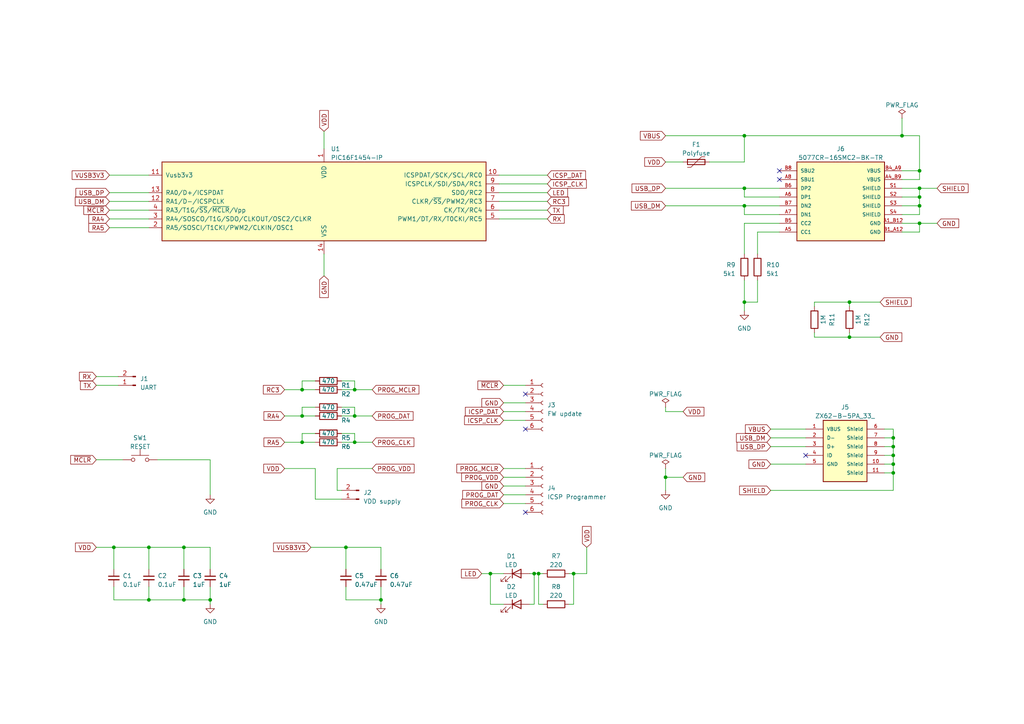
<source format=kicad_sch>
(kicad_sch (version 20230121) (generator eeschema)
  (paper "A4")
  (title_block (title "PIC Programmer 16F1454") (date "2024-01-03"))
  (lib_symbols
    (symbol "5077CR-16SMC2-BK-TR:5077CR-16SMC2-BK-TR" (pin_names (offset 1.016))
      (property "Reference" "J" (at -12.7 10.922 0))
      (property "Value" "5077CR-16SMC2-BK-TR" (at -12.7 -15.24 0))
      (symbol "5077CR-16SMC2-BK-TR_0_0"
        (rectangle (start -12.7 -12.7) (end 12.7 10.16) (stroke (width 0.254)) (fill (type background)))
        (pin power_in line (at 17.78 -7.62 180) (length 5.08) (name "GND") (number "A1_B12"))
        (pin power_in line (at 17.78 5.08 180) (length 5.08) (name "VBUS") (number "A4_B9"))
        (pin passive line (at -17.78 -10.16 0) (length 5.08) (name "CC1") (number "A5"))
        (pin passive line (at -17.78 0 0) (length 5.08) (name "DP1") (number "A6"))
        (pin passive line (at -17.78 -5.08 0) (length 5.08) (name "DN1") (number "A7"))
        (pin passive line (at -17.78 5.08 0) (length 5.08) (name "SBU1") (number "A8"))
        (pin power_in line (at 17.78 -10.16 180) (length 5.08) (name "GND") (number "B1_A12"))
        (pin power_in line (at 17.78 7.62 180) (length 5.08) (name "VBUS") (number "B4_A9"))
        (pin passive line (at -17.78 -7.62 0) (length 5.08) (name "CC2") (number "B5"))
        (pin passive line (at -17.78 2.54 0) (length 5.08) (name "DP2") (number "B6"))
        (pin passive line (at -17.78 -2.54 0) (length 5.08) (name "DN2") (number "B7"))
        (pin passive line (at -17.78 7.62 0) (length 5.08) (name "SBU2") (number "B8"))
        (pin passive line (at 17.78 2.54 180) (length 5.08) (name "SHIELD") (number "S1"))
        (pin passive line (at 17.78 0 180) (length 5.08) (name "SHIELD") (number "S2"))
        (pin passive line (at 17.78 -2.54 180) (length 5.08) (name "SHIELD") (number "S3"))
        (pin passive line (at 17.78 -5.08 180) (length 5.08) (name "SHIELD") (number "S4"))
      )
    )
    (symbol "Connector:Conn_01x02_Pin" (pin_names (offset 1.016) hide)
      (property "Reference" "J" (at 0 2.54 0))
      (property "Value" "Conn_01x02_Pin" (at 0 -5.08 0))
      (symbol "Conn_01x02_Pin_1_1"
        (polyline (pts (xy 1.27 -2.54) (xy 0.8636 -2.54)) (stroke (width 0.1524)))
        (polyline (pts (xy 1.27 0) (xy 0.8636 0)) (stroke (width 0.1524)))
        (rectangle (start 0.8636 -2.413) (end 0 -2.667) (stroke (width 0.1524)) (fill (type outline)))
        (rectangle (start 0.8636 0.127) (end 0 -0.127) (stroke (width 0.1524)) (fill (type outline)))
        (pin passive line (at 5.08 0 180) (length 3.81) (name "Pin_1") (number "1"))
        (pin passive line (at 5.08 -2.54 180) (length 3.81) (name "Pin_2") (number "2"))
      )
    )
    (symbol "Connector:Conn_01x06_Socket" (pin_names (offset 1.016) hide)
      (property "Reference" "J" (at 0 7.62 0))
      (property "Value" "Conn_01x06_Socket" (at 0 -10.16 0))
      (symbol "Conn_01x06_Socket_1_1"
        (arc (start 0 -7.112) (mid -0.5058 -7.62) (end 0 -8.128) (stroke (width 0.1524)))
        (arc (start 0 -4.572) (mid -0.5058 -5.08) (end 0 -5.588) (stroke (width 0.1524)))
        (arc (start 0 -2.032) (mid -0.5058 -2.54) (end 0 -3.048) (stroke (width 0.1524)))
        (polyline (pts (xy -1.27 -7.62) (xy -0.508 -7.62)) (stroke (width 0.1524)))
        (polyline (pts (xy -1.27 -5.08) (xy -0.508 -5.08)) (stroke (width 0.1524)))
        (polyline (pts (xy -1.27 -2.54) (xy -0.508 -2.54)) (stroke (width 0.1524)))
        (polyline (pts (xy -1.27 0) (xy -0.508 0)) (stroke (width 0.1524)))
        (polyline (pts (xy -1.27 2.54) (xy -0.508 2.54)) (stroke (width 0.1524)))
        (polyline (pts (xy -1.27 5.08) (xy -0.508 5.08)) (stroke (width 0.1524)))
        (arc (start 0 0.508) (mid -0.5058 0) (end 0 -0.508) (stroke (width 0.1524)))
        (arc (start 0 3.048) (mid -0.5058 2.54) (end 0 2.032) (stroke (width 0.1524)))
        (arc (start 0 5.588) (mid -0.5058 5.08) (end 0 4.572) (stroke (width 0.1524)))
        (pin passive line (at -5.08 5.08 0) (length 3.81) (name "Pin_1") (number "1"))
        (pin passive line (at -5.08 2.54 0) (length 3.81) (name "Pin_2") (number "2"))
        (pin passive line (at -5.08 0 0) (length 3.81) (name "Pin_3") (number "3"))
        (pin passive line (at -5.08 -2.54 0) (length 3.81) (name "Pin_4") (number "4"))
        (pin passive line (at -5.08 -5.08 0) (length 3.81) (name "Pin_5") (number "5"))
        (pin passive line (at -5.08 -7.62 0) (length 3.81) (name "Pin_6") (number "6"))
      )
    )
    (symbol "Device:C_Small" (pin_numbers hide) (pin_names (offset 0.254) hide)
      (property "Reference" "C" (at 0.254 1.778 0))
      (property "Value" "C_Small" (at 0.254 -2.032 0))
      (symbol "C_Small_0_1"
        (polyline (pts (xy -1.524 -0.508) (xy 1.524 -0.508)) (stroke (width 0.3302)))
        (polyline (pts (xy -1.524 0.508) (xy 1.524 0.508)) (stroke (width 0.3048)))
      )
      (symbol "C_Small_1_1"
        (pin passive line (at 0 2.54 270) (length 2.032) (name "~") (number "1"))
        (pin passive line (at 0 -2.54 90) (length 2.032) (name "~") (number "2"))
      )
    )
    (symbol "Device:LED" (pin_numbers hide) (pin_names (offset 1.016) hide)
      (property "Reference" "D" (at 0 2.54 0))
      (property "Value" "LED" (at 0 -2.54 0))
      (symbol "LED_0_1"
        (polyline (pts (xy -1.27 -1.27) (xy -1.27 1.27)) (stroke (width 0.254)))
        (polyline (pts (xy -1.27 0) (xy 1.27 0)))
        (polyline (pts (xy 1.27 -1.27) (xy 1.27 1.27) (xy -1.27 0) (xy 1.27 -1.27)) (stroke (width 0.254)))
        (polyline (pts (xy -3.048 -0.762) (xy -4.572 -2.286) (xy -3.81 -2.286) (xy -4.572 -2.286) (xy -4.572 -1.524)))
        (polyline (pts (xy -1.778 -0.762) (xy -3.302 -2.286) (xy -2.54 -2.286) (xy -3.302 -2.286) (xy -3.302 -1.524)))
      )
      (symbol "LED_1_1"
        (pin passive line (at -3.81 0 0) (length 2.54) (name "K") (number "1"))
        (pin passive line (at 3.81 0 180) (length 2.54) (name "A") (number "2"))
      )
    )
    (symbol "Device:Polyfuse" (pin_numbers hide) (pin_names (offset 0))
      (property "Reference" "F" (at -2.54 0 90))
      (property "Value" "Polyfuse" (at 2.54 0 90))
      (symbol "Polyfuse_0_1"
        (rectangle (start -0.762 2.54) (end 0.762 -2.54) (stroke (width 0.254)))
        (polyline (pts (xy 0 2.54) (xy 0 -2.54)))
        (polyline (pts (xy -1.524 2.54) (xy -1.524 1.524) (xy 1.524 -1.524) (xy 1.524 -2.54)))
      )
      (symbol "Polyfuse_1_1"
        (pin passive line (at 0 3.81 270) (length 1.27) (name "~") (number "1"))
        (pin passive line (at 0 -3.81 90) (length 1.27) (name "~") (number "2"))
      )
    )
    (symbol "Device:R" (pin_numbers hide) (pin_names (offset 0))
      (property "Reference" "R" (at 2.032 0 90))
      (property "Value" "R" (at 0 0 90))
      (symbol "R_0_1"
        (rectangle (start -1.016 -2.54) (end 1.016 2.54) (stroke (width 0.254)))
      )
      (symbol "R_1_1"
        (pin passive line (at 0 3.81 270) (length 1.27) (name "~") (number "1"))
        (pin passive line (at 0 -3.81 90) (length 1.27) (name "~") (number "2"))
      )
    )
    (symbol "MCU_Microchip_PIC16:PIC16F1454-IP" (pin_names (offset 1.016))
      (property "Reference" "U" (at -46.99 15.24 0))
      (property "Value" "PIC16F1454-IP" (at -46.99 12.7 0))
      (symbol "PIC16F1454-IP_0_1"
        (rectangle (start -46.99 11.43) (end 46.99 -11.43) (stroke (width 0.254)) (fill (type background)))
      )
      (symbol "PIC16F1454-IP_1_1"
        (pin power_in line (at 0 15.24 270) (length 3.81) (name "VDD") (number "1"))
        (pin bidirectional line (at 50.8 7.62 180) (length 3.81) (name "ICSPDAT/SCK/SCL/RC0") (number "10"))
        (pin bidirectional line (at -50.8 7.62 0) (length 3.81) (name "Vusb3v3") (number "11"))
        (pin bidirectional line (at -50.8 0 0) (length 3.81) (name "RA1/D-/ICSPCLK") (number "12"))
        (pin bidirectional line (at -50.8 2.54 0) (length 3.81) (name "RA0/D+/ICSPDAT") (number "13"))
        (pin power_in line (at 0 -15.24 90) (length 3.81) (name "VSS") (number "14"))
        (pin bidirectional line (at -50.8 -7.62 0) (length 3.81) (name "RA5/SOSCI/T1CKI/PWM2/CLKIN/OSC1") (number "2"))
        (pin bidirectional line (at -50.8 -5.08 0) (length 3.81) (name "RA4/SOSCO/T1G/SDO/CLKOUT/OSC2/CLKR") (number "3"))
        (pin input line (at -50.8 -2.54 0) (length 3.81) (name "RA3/T1G/~{SS}/~{MCLR}/Vpp") (number "4"))
        (pin bidirectional line (at 50.8 -5.08 180) (length 3.81) (name "PWM1/DT/RX/T0CKI/RC5") (number "5"))
        (pin bidirectional line (at 50.8 -2.54 180) (length 3.81) (name "CK/TX/RC4") (number "6"))
        (pin bidirectional line (at 50.8 0 180) (length 3.81) (name "CLKR/~{SS}/PWM2/RC3") (number "7"))
        (pin bidirectional line (at 50.8 2.54 180) (length 3.81) (name "SDO/RC2") (number "8"))
        (pin bidirectional line (at 50.8 5.08 180) (length 3.81) (name "ICSPCLK/SDI/SDA/RC1") (number "9"))
      )
    )
    (symbol "Switch:SW_Push" (pin_numbers hide) (pin_names (offset 1.016) hide)
      (property "Reference" "SW" (at 1.27 2.54 0))
      (property "Value" "SW_Push" (at 0 -1.524 0))
      (symbol "SW_Push_0_1"
        (circle (center -2.032 0) (radius 0.508))
        (polyline (pts (xy 0 1.27) (xy 0 3.048)))
        (polyline (pts (xy 2.54 1.27) (xy -2.54 1.27)))
        (circle (center 2.032 0) (radius 0.508))
        (pin passive line (at -5.08 0 0) (length 2.54) (name "1") (number "1"))
        (pin passive line (at 5.08 0 180) (length 2.54) (name "2") (number "2"))
      )
    )
    (symbol "ZX62-B-5PA_33_:ZX62-B-5PA_33_" (pin_names (offset 1.016))
      (property "Reference" "J" (at 19.05 7.62 0))
      (property "Value" "ZX62-B-5PA_33_" (at 19.05 5.08 0))
      (symbol "ZX62-B-5PA_33__0_0"
        (rectangle (start 5.08 2.54) (end 17.78 -15.24) (stroke (width 0.254)) (fill (type background)))
        (pin power_in line (at 0 0 0) (length 5.08) (name "VBUS") (number "1"))
        (pin bidirectional line (at 22.86 -10.16 180) (length 5.08) (name "Shield") (number "10"))
        (pin bidirectional line (at 22.86 -12.7 180) (length 5.08) (name "Shield") (number "11"))
        (pin bidirectional line (at 0 -2.54 0) (length 5.08) (name "D-") (number "2"))
        (pin bidirectional line (at 0 -5.08 0) (length 5.08) (name "D+") (number "3"))
        (pin bidirectional line (at 0 -7.62 0) (length 5.08) (name "ID") (number "4"))
        (pin power_in line (at 0 -10.16 0) (length 5.08) (name "GND") (number "5"))
        (pin bidirectional line (at 22.86 0 180) (length 5.08) (name "Shield") (number "6"))
        (pin bidirectional line (at 22.86 -2.54 180) (length 5.08) (name "Shield") (number "7"))
        (pin bidirectional line (at 22.86 -5.08 180) (length 5.08) (name "Shield") (number "8"))
        (pin bidirectional line (at 22.86 -7.62 180) (length 5.08) (name "Shield") (number "9"))
      )
    )
    (symbol "power:GND" (power) (pin_names (offset 0))
      (property "Value" "GND" (at 0 -3.81 0))
      (symbol "GND_0_1"
        (polyline (pts (xy 0 0) (xy 0 -1.27) (xy 1.27 -1.27) (xy 0 -2.54) (xy -1.27 -1.27) (xy 0 -1.27)))
      )
      (symbol "GND_1_1"
        (pin power_in line (at 0 0 270) (length 0) hide (name "GND") (number "1"))
      )
    )
    (symbol "power:PWR_FLAG" (power) (pin_numbers hide) (pin_names (offset 0) hide)
      (property "Value" "PWR_FLAG" (at 0 3.81 0))
      (symbol "PWR_FLAG_0_0"
        (pin power_out line (at 0 0 90) (length 0) (name "pwr") (number "1"))
      )
      (symbol "PWR_FLAG_0_1"
        (polyline (pts (xy 0 0) (xy 0 1.27) (xy -1.016 1.905) (xy 0 2.54) (xy 1.016 1.905) (xy 0 1.27)))
      )
    )
  )
  (junction (at 100.33 158.75))
  (junction (at 193.04 138.43))
  (junction (at 110.49 173.99))
  (junction (at 266.7 49.53))
  (junction (at 102.87 120.65))
  (junction (at 53.34 158.75))
  (junction (at 102.87 113.03))
  (junction (at 215.9 87.63))
  (junction (at 259.08 129.54))
  (junction (at 266.7 57.15))
  (junction (at 87.63 113.03))
  (junction (at 261.62 39.37))
  (junction (at 156.21 166.37))
  (junction (at 43.18 173.99))
  (junction (at 259.08 134.62))
  (junction (at 33.02 158.75))
  (junction (at 87.63 120.65))
  (junction (at 266.7 54.61))
  (junction (at 246.38 87.63))
  (junction (at 142.24 166.37))
  (junction (at 259.08 132.08))
  (junction (at 215.9 59.69))
  (junction (at 215.9 54.61))
  (junction (at 102.87 128.27))
  (junction (at 266.7 64.77))
  (junction (at 215.9 39.37))
  (junction (at 259.08 127))
  (junction (at 60.96 173.99))
  (junction (at 154.94 166.37))
  (junction (at 246.38 97.79))
  (junction (at 266.7 59.69))
  (junction (at 166.37 166.37))
  (junction (at 53.34 173.99))
  (junction (at 43.18 158.75))
  (junction (at 259.08 137.16))
  (junction (at 87.63 128.27))
  (no_connect (at 152.4 124.46))
  (no_connect (at 233.68 132.08))
  (no_connect (at 226.06 52.07))
  (no_connect (at 152.4 114.3))
  (no_connect (at 152.4 148.59))
  (no_connect (at 226.06 49.53))
  (wire (pts (xy 99.06 128.27) (xy 102.87 128.27)))
  (wire (pts (xy 91.44 118.11) (xy 87.63 118.11)))
  (wire (pts (xy 60.96 133.35) (xy 60.96 143.51)))
  (wire (pts (xy 45.72 133.35) (xy 60.96 133.35)))
  (wire (pts (xy 87.63 118.11) (xy 87.63 120.65)))
  (wire (pts (xy 259.08 137.16) (xy 259.08 134.62)))
  (wire (pts (xy 261.62 39.37) (xy 266.7 39.37)))
  (wire (pts (xy 99.06 113.03) (xy 102.87 113.03)))
  (wire (pts (xy 99.06 125.73) (xy 102.87 125.73)))
  (wire (pts (xy 246.38 87.63) (xy 255.27 87.63)))
  (wire (pts (xy 266.7 62.23) (xy 266.7 59.69)))
  (wire (pts (xy 102.87 118.11) (xy 102.87 120.65)))
  (wire (pts (xy 158.75 60.96) (xy 144.78 60.96)))
  (wire (pts (xy 266.7 57.15) (xy 266.7 54.61)))
  (wire (pts (xy 53.34 173.99) (xy 60.96 173.99)))
  (wire (pts (xy 193.04 119.38) (xy 198.12 119.38)))
  (wire (pts (xy 27.94 133.35) (xy 35.56 133.35)))
  (wire (pts (xy 205.74 46.99) (xy 215.9 46.99)))
  (wire (pts (xy 170.18 158.75) (xy 170.18 166.37)))
  (wire (pts (xy 100.33 170.18) (xy 100.33 173.99)))
  (wire (pts (xy 215.9 39.37) (xy 261.62 39.37)))
  (wire (pts (xy 100.33 173.99) (xy 110.49 173.99)))
  (wire (pts (xy 31.75 50.8) (xy 43.18 50.8)))
  (wire (pts (xy 261.62 54.61) (xy 266.7 54.61)))
  (wire (pts (xy 166.37 166.37) (xy 165.1 166.37)))
  (wire (pts (xy 261.62 34.29) (xy 261.62 39.37)))
  (wire (pts (xy 157.48 166.37) (xy 156.21 166.37)))
  (wire (pts (xy 91.44 144.78) (xy 99.06 144.78)))
  (wire (pts (xy 223.52 134.62) (xy 233.68 134.62)))
  (wire (pts (xy 27.94 111.76) (xy 34.29 111.76)))
  (wire (pts (xy 215.9 64.77) (xy 215.9 73.66)))
  (wire (pts (xy 82.55 113.03) (xy 87.63 113.03)))
  (wire (pts (xy 53.34 158.75) (xy 43.18 158.75)))
  (wire (pts (xy 43.18 158.75) (xy 43.18 165.1)))
  (wire (pts (xy 158.75 63.5) (xy 144.78 63.5)))
  (wire (pts (xy 146.05 135.89) (xy 152.4 135.89)))
  (wire (pts (xy 193.04 138.43) (xy 193.04 142.24)))
  (wire (pts (xy 158.75 55.88) (xy 144.78 55.88)))
  (wire (pts (xy 165.1 175.26) (xy 166.37 175.26)))
  (wire (pts (xy 158.75 50.8) (xy 144.78 50.8)))
  (wire (pts (xy 110.49 173.99) (xy 110.49 175.26)))
  (wire (pts (xy 97.79 135.89) (xy 107.95 135.89)))
  (wire (pts (xy 236.22 97.79) (xy 246.38 97.79)))
  (wire (pts (xy 166.37 175.26) (xy 166.37 166.37)))
  (wire (pts (xy 156.21 175.26) (xy 156.21 166.37)))
  (wire (pts (xy 31.75 60.96) (xy 43.18 60.96)))
  (wire (pts (xy 31.75 55.88) (xy 43.18 55.88)))
  (wire (pts (xy 43.18 170.18) (xy 43.18 173.99)))
  (wire (pts (xy 256.54 129.54) (xy 259.08 129.54)))
  (wire (pts (xy 261.62 67.31) (xy 266.7 67.31)))
  (wire (pts (xy 91.44 125.73) (xy 87.63 125.73)))
  (wire (pts (xy 82.55 120.65) (xy 87.63 120.65)))
  (wire (pts (xy 110.49 158.75) (xy 110.49 165.1)))
  (wire (pts (xy 158.75 58.42) (xy 144.78 58.42)))
  (wire (pts (xy 146.05 175.26) (xy 142.24 175.26)))
  (wire (pts (xy 193.04 135.89) (xy 193.04 138.43)))
  (wire (pts (xy 91.44 135.89) (xy 91.44 144.78)))
  (wire (pts (xy 146.05 143.51) (xy 152.4 143.51)))
  (wire (pts (xy 91.44 110.49) (xy 87.63 110.49)))
  (wire (pts (xy 261.62 59.69) (xy 266.7 59.69)))
  (wire (pts (xy 246.38 88.9) (xy 246.38 87.63)))
  (wire (pts (xy 236.22 87.63) (xy 236.22 88.9)))
  (wire (pts (xy 53.34 158.75) (xy 53.34 165.1)))
  (wire (pts (xy 60.96 158.75) (xy 53.34 158.75)))
  (wire (pts (xy 31.75 66.04) (xy 43.18 66.04)))
  (wire (pts (xy 236.22 96.52) (xy 236.22 97.79)))
  (wire (pts (xy 193.04 46.99) (xy 198.12 46.99)))
  (wire (pts (xy 215.9 62.23) (xy 215.9 59.69)))
  (wire (pts (xy 261.62 57.15) (xy 266.7 57.15)))
  (wire (pts (xy 146.05 116.84) (xy 152.4 116.84)))
  (wire (pts (xy 93.98 38.1) (xy 93.98 43.18)))
  (wire (pts (xy 223.52 142.24) (xy 259.08 142.24)))
  (wire (pts (xy 256.54 127) (xy 259.08 127)))
  (wire (pts (xy 261.62 64.77) (xy 266.7 64.77)))
  (wire (pts (xy 60.96 158.75) (xy 60.96 165.1)))
  (wire (pts (xy 153.67 175.26) (xy 154.94 175.26)))
  (wire (pts (xy 60.96 173.99) (xy 60.96 175.26)))
  (wire (pts (xy 219.71 87.63) (xy 215.9 87.63)))
  (wire (pts (xy 146.05 119.38) (xy 152.4 119.38)))
  (wire (pts (xy 193.04 138.43) (xy 198.12 138.43)))
  (wire (pts (xy 246.38 97.79) (xy 255.27 97.79)))
  (wire (pts (xy 256.54 137.16) (xy 259.08 137.16)))
  (wire (pts (xy 142.24 166.37) (xy 146.05 166.37)))
  (wire (pts (xy 33.02 170.18) (xy 33.02 173.99)))
  (wire (pts (xy 33.02 158.75) (xy 33.02 165.1)))
  (wire (pts (xy 99.06 142.24) (xy 97.79 142.24)))
  (wire (pts (xy 97.79 142.24) (xy 97.79 135.89)))
  (wire (pts (xy 266.7 59.69) (xy 266.7 57.15)))
  (wire (pts (xy 215.9 81.28) (xy 215.9 87.63)))
  (wire (pts (xy 31.75 58.42) (xy 43.18 58.42)))
  (wire (pts (xy 99.06 118.11) (xy 102.87 118.11)))
  (wire (pts (xy 193.04 59.69) (xy 215.9 59.69)))
  (wire (pts (xy 87.63 125.73) (xy 87.63 128.27)))
  (wire (pts (xy 110.49 170.18) (xy 110.49 173.99)))
  (wire (pts (xy 219.71 73.66) (xy 219.71 67.31)))
  (wire (pts (xy 100.33 158.75) (xy 110.49 158.75)))
  (wire (pts (xy 219.71 67.31) (xy 226.06 67.31)))
  (wire (pts (xy 261.62 62.23) (xy 266.7 62.23)))
  (wire (pts (xy 82.55 135.89) (xy 91.44 135.89)))
  (wire (pts (xy 193.04 54.61) (xy 215.9 54.61)))
  (wire (pts (xy 82.55 128.27) (xy 87.63 128.27)))
  (wire (pts (xy 154.94 166.37) (xy 153.67 166.37)))
  (wire (pts (xy 33.02 173.99) (xy 43.18 173.99)))
  (wire (pts (xy 223.52 124.46) (xy 233.68 124.46)))
  (wire (pts (xy 99.06 120.65) (xy 102.87 120.65)))
  (wire (pts (xy 261.62 49.53) (xy 266.7 49.53)))
  (wire (pts (xy 102.87 113.03) (xy 107.95 113.03)))
  (wire (pts (xy 139.7 166.37) (xy 142.24 166.37)))
  (wire (pts (xy 154.94 166.37) (xy 154.94 175.26)))
  (wire (pts (xy 157.48 175.26) (xy 156.21 175.26)))
  (wire (pts (xy 100.33 158.75) (xy 100.33 165.1)))
  (wire (pts (xy 266.7 49.53) (xy 266.7 52.07)))
  (wire (pts (xy 193.04 118.11) (xy 193.04 119.38)))
  (wire (pts (xy 226.06 62.23) (xy 215.9 62.23)))
  (wire (pts (xy 158.75 53.34) (xy 144.78 53.34)))
  (wire (pts (xy 261.62 52.07) (xy 266.7 52.07)))
  (wire (pts (xy 219.71 81.28) (xy 219.71 87.63)))
  (wire (pts (xy 102.87 110.49) (xy 102.87 113.03)))
  (wire (pts (xy 146.05 146.05) (xy 152.4 146.05)))
  (wire (pts (xy 259.08 124.46) (xy 256.54 124.46)))
  (wire (pts (xy 215.9 57.15) (xy 215.9 54.61)))
  (wire (pts (xy 226.06 57.15) (xy 215.9 57.15)))
  (wire (pts (xy 156.21 166.37) (xy 154.94 166.37)))
  (wire (pts (xy 266.7 67.31) (xy 266.7 64.77)))
  (wire (pts (xy 146.05 138.43) (xy 152.4 138.43)))
  (wire (pts (xy 31.75 63.5) (xy 43.18 63.5)))
  (wire (pts (xy 87.63 113.03) (xy 91.44 113.03)))
  (wire (pts (xy 259.08 134.62) (xy 259.08 132.08)))
  (wire (pts (xy 215.9 54.61) (xy 226.06 54.61)))
  (wire (pts (xy 236.22 87.63) (xy 246.38 87.63)))
  (wire (pts (xy 99.06 110.49) (xy 102.87 110.49)))
  (wire (pts (xy 146.05 111.76) (xy 152.4 111.76)))
  (wire (pts (xy 266.7 64.77) (xy 271.78 64.77)))
  (wire (pts (xy 102.87 120.65) (xy 107.95 120.65)))
  (wire (pts (xy 102.87 128.27) (xy 107.95 128.27)))
  (wire (pts (xy 259.08 142.24) (xy 259.08 137.16)))
  (wire (pts (xy 223.52 127) (xy 233.68 127)))
  (wire (pts (xy 259.08 127) (xy 259.08 124.46)))
  (wire (pts (xy 215.9 59.69) (xy 226.06 59.69)))
  (wire (pts (xy 266.7 39.37) (xy 266.7 49.53)))
  (wire (pts (xy 223.52 129.54) (xy 233.68 129.54)))
  (wire (pts (xy 53.34 170.18) (xy 53.34 173.99)))
  (wire (pts (xy 93.98 80.01) (xy 93.98 73.66)))
  (wire (pts (xy 43.18 173.99) (xy 53.34 173.99)))
  (wire (pts (xy 146.05 140.97) (xy 152.4 140.97)))
  (wire (pts (xy 87.63 110.49) (xy 87.63 113.03)))
  (wire (pts (xy 87.63 120.65) (xy 91.44 120.65)))
  (wire (pts (xy 256.54 132.08) (xy 259.08 132.08)))
  (wire (pts (xy 226.06 64.77) (xy 215.9 64.77)))
  (wire (pts (xy 246.38 96.52) (xy 246.38 97.79)))
  (wire (pts (xy 215.9 46.99) (xy 215.9 39.37)))
  (wire (pts (xy 33.02 158.75) (xy 27.94 158.75)))
  (wire (pts (xy 256.54 134.62) (xy 259.08 134.62)))
  (wire (pts (xy 60.96 170.18) (xy 60.96 173.99)))
  (wire (pts (xy 170.18 166.37) (xy 166.37 166.37)))
  (wire (pts (xy 259.08 132.08) (xy 259.08 129.54)))
  (wire (pts (xy 146.05 121.92) (xy 152.4 121.92)))
  (wire (pts (xy 90.17 158.75) (xy 100.33 158.75)))
  (wire (pts (xy 102.87 125.73) (xy 102.87 128.27)))
  (wire (pts (xy 266.7 54.61) (xy 271.78 54.61)))
  (wire (pts (xy 87.63 128.27) (xy 91.44 128.27)))
  (wire (pts (xy 259.08 129.54) (xy 259.08 127)))
  (wire (pts (xy 27.94 109.22) (xy 34.29 109.22)))
  (wire (pts (xy 193.04 39.37) (xy 215.9 39.37)))
  (wire (pts (xy 215.9 87.63) (xy 215.9 90.17)))
  (wire (pts (xy 43.18 158.75) (xy 33.02 158.75)))
  (wire (pts (xy 142.24 175.26) (xy 142.24 166.37)))
  (global_label "LED" (shape input) (at 139.7 166.37 180) (property "Intersheetrefs" "${INTERSHEET_REFS}" (effects hide)))
  (global_label "VDD" (shape input) (at 82.55 135.89 180) (property "Intersheetrefs" "${INTERSHEET_REFS}" (effects hide)))
  (global_label "RA4" (shape input) (at 31.75 63.5 180) (property "Intersheetrefs" "${INTERSHEET_REFS}" (effects hide)))
  (global_label "PROG_MCLR" (shape input) (at 146.05 135.89 180) (property "Intersheetrefs" "${INTERSHEET_REFS}" (effects hide)))
  (global_label "TX" (shape input) (at 158.75 60.96 0) (property "Intersheetrefs" "${INTERSHEET_REFS}" (effects hide)))
  (global_label "USB_DP" (shape input) (at 193.04 54.61 180) (property "Intersheetrefs" "${INTERSHEET_REFS}" (effects hide)))
  (global_label "GND" (shape input) (at 198.12 138.43 0) (property "Intersheetrefs" "${INTERSHEET_REFS}" (effects hide)))
  (global_label "TX" (shape input) (at 27.94 111.76 180) (property "Intersheetrefs" "${INTERSHEET_REFS}" (effects hide)))
  (global_label "VDD" (shape input) (at 27.94 158.75 180) (property "Intersheetrefs" "${INTERSHEET_REFS}" (effects hide)))
  (global_label "ICSP_DAT" (shape input) (at 146.05 119.38 180) (property "Intersheetrefs" "${INTERSHEET_REFS}" (effects hide)))
  (global_label "GND" (shape input) (at 146.05 116.84 180) (property "Intersheetrefs" "${INTERSHEET_REFS}" (effects hide)))
  (global_label "RA5" (shape input) (at 31.75 66.04 180) (property "Intersheetrefs" "${INTERSHEET_REFS}" (effects hide)))
  (global_label "PROG_VDD" (shape input) (at 146.05 138.43 180) (property "Intersheetrefs" "${INTERSHEET_REFS}" (effects hide)))
  (global_label "RX" (shape input) (at 27.94 109.22 180) (property "Intersheetrefs" "${INTERSHEET_REFS}" (effects hide)))
  (global_label "USB_DP" (shape input) (at 31.75 55.88 180) (property "Intersheetrefs" "${INTERSHEET_REFS}" (effects hide)))
  (global_label "PROG_CLK" (shape input) (at 107.95 128.27 0) (property "Intersheetrefs" "${INTERSHEET_REFS}" (effects hide)))
  (global_label "USB_DM" (shape input) (at 193.04 59.69 180) (property "Intersheetrefs" "${INTERSHEET_REFS}" (effects hide)))
  (global_label "USB_DP" (shape input) (at 223.52 129.54 180) (property "Intersheetrefs" "${INTERSHEET_REFS}" (effects hide)))
  (global_label "RC3" (shape input) (at 82.55 113.03 180) (property "Intersheetrefs" "${INTERSHEET_REFS}" (effects hide)))
  (global_label "GND" (shape input) (at 223.52 134.62 180) (property "Intersheetrefs" "${INTERSHEET_REFS}" (effects hide)))
  (global_label "GND" (shape input) (at 255.27 97.79 0) (property "Intersheetrefs" "${INTERSHEET_REFS}" (effects hide)))
  (global_label "SHIELD" (shape input) (at 271.78 54.61 0) (property "Intersheetrefs" "${INTERSHEET_REFS}" (effects hide)))
  (global_label "VUSB3V3" (shape input) (at 90.17 158.75 180) (property "Intersheetrefs" "${INTERSHEET_REFS}" (effects hide)))
  (global_label "RA4" (shape input) (at 82.55 120.65 180) (property "Intersheetrefs" "${INTERSHEET_REFS}" (effects hide)))
  (global_label "~{MCLR}" (shape input) (at 27.94 133.35 180) (property "Intersheetrefs" "${INTERSHEET_REFS}" (effects hide)))
  (global_label "RC3" (shape input) (at 158.75 58.42 0) (property "Intersheetrefs" "${INTERSHEET_REFS}" (effects hide)))
  (global_label "VDD" (shape input) (at 198.12 119.38 0) (property "Intersheetrefs" "${INTERSHEET_REFS}" (effects hide)))
  (global_label "GND" (shape input) (at 271.78 64.77 0) (property "Intersheetrefs" "${INTERSHEET_REFS}" (effects hide)))
  (global_label "ICSP_CLK" (shape input) (at 146.05 121.92 180) (property "Intersheetrefs" "${INTERSHEET_REFS}" (effects hide)))
  (global_label "SHIELD" (shape input) (at 223.52 142.24 180) (property "Intersheetrefs" "${INTERSHEET_REFS}" (effects hide)))
  (global_label "PROG_CLK" (shape input) (at 146.05 146.05 180) (property "Intersheetrefs" "${INTERSHEET_REFS}" (effects hide)))
  (global_label "ICSP_CLK" (shape input) (at 158.75 53.34 0) (property "Intersheetrefs" "${INTERSHEET_REFS}" (effects hide)))
  (global_label "~{MCLR}" (shape input) (at 146.05 111.76 180) (property "Intersheetrefs" "${INTERSHEET_REFS}" (effects hide)))
  (global_label "GND" (shape input) (at 93.98 80.01 270) (property "Intersheetrefs" "${INTERSHEET_REFS}" (effects hide)))
  (global_label "USB_DM" (shape input) (at 31.75 58.42 180) (property "Intersheetrefs" "${INTERSHEET_REFS}" (effects hide)))
  (global_label "PROG_MCLR" (shape input) (at 107.95 113.03 0) (property "Intersheetrefs" "${INTERSHEET_REFS}" (effects hide)))
  (global_label "~{MCLR}" (shape input) (at 31.75 60.96 180) (property "Intersheetrefs" "${INTERSHEET_REFS}" (effects hide)))
  (global_label "PROG_DAT" (shape input) (at 107.95 120.65 0) (property "Intersheetrefs" "${INTERSHEET_REFS}" (effects hide)))
  (global_label "VDD" (shape input) (at 193.04 46.99 180) (property "Intersheetrefs" "${INTERSHEET_REFS}" (effects hide)))
  (global_label "RX" (shape input) (at 158.75 63.5 0) (property "Intersheetrefs" "${INTERSHEET_REFS}" (effects hide)))
  (global_label "PROG_VDD" (shape input) (at 107.95 135.89 0) (property "Intersheetrefs" "${INTERSHEET_REFS}" (effects hide)))
  (global_label "VBUS" (shape input) (at 223.52 124.46 180) (property "Intersheetrefs" "${INTERSHEET_REFS}" (effects hide)))
  (global_label "SHIELD" (shape input) (at 255.27 87.63 0) (property "Intersheetrefs" "${INTERSHEET_REFS}" (effects hide)))
  (global_label "USB_DM" (shape input) (at 223.52 127 180) (property "Intersheetrefs" "${INTERSHEET_REFS}" (effects hide)))
  (global_label "PROG_DAT" (shape input) (at 146.05 143.51 180) (property "Intersheetrefs" "${INTERSHEET_REFS}" (effects hide)))
  (global_label "RA5" (shape input) (at 82.55 128.27 180) (property "Intersheetrefs" "${INTERSHEET_REFS}" (effects hide)))
  (global_label "VBUS" (shape input) (at 193.04 39.37 180) (property "Intersheetrefs" "${INTERSHEET_REFS}" (effects hide)))
  (global_label "VDD" (shape input) (at 170.18 158.75 90) (property "Intersheetrefs" "${INTERSHEET_REFS}" (effects hide)))
  (global_label "GND" (shape input) (at 146.05 140.97 180) (property "Intersheetrefs" "${INTERSHEET_REFS}" (effects hide)))
  (global_label "VUSB3V3" (shape input) (at 31.75 50.8 180) (property "Intersheetrefs" "${INTERSHEET_REFS}" (effects hide)))
  (global_label "VDD" (shape input) (at 93.98 38.1 90) (property "Intersheetrefs" "${INTERSHEET_REFS}" (effects hide)))
  (global_label "LED" (shape input) (at 158.75 55.88 0) (property "Intersheetrefs" "${INTERSHEET_REFS}" (effects hide)))
  (global_label "ICSP_DAT" (shape input) (at 158.75 50.8 0) (property "Intersheetrefs" "${INTERSHEET_REFS}" (effects hide)))
  (symbol (lib_id "Connector:Conn_01x06_Socket") (at 157.48 140.97 0) (unit 1)
    (property "Reference" "J4" (at 158.75 141.605 0) (effects (justify left)))
    (property "Value" "ICSP Programmer" (at 158.75 144.145 0) (effects (justify left)))
    (property "Footprint" "Connector_PinHeader_2.54mm:PinHeader_1x06_P2.54mm_Horizontal" (effects hide))
  )
  (symbol (lib_id "power:PWR_FLAG") (at 193.04 118.11 0) (unit 1)
    (property "Reference" "#FLG01" (effects hide))
    (property "Value" "PWR_FLAG" (at 193.04 114.3 0))
  )
  (symbol (lib_id "Device:C_Small") (at 100.33 167.64 0) (unit 1)
    (property "Reference" "C5" (at 102.87 167.0113 0) (effects (justify left)))
    (property "Value" "0.47uF" (at 102.87 169.5513 0) (effects (justify left)))
    (property "Footprint" "Capacitor_SMD:C_0603_1608Metric_Pad1.08x0.95mm_HandSolder" (effects hide))
  )
  (symbol (lib_id "Switch:SW_Push") (at 40.64 133.35 0) (unit 1)
    (property "Reference" "SW1" (at 40.64 127 0))
    (property "Value" "RESET" (at 40.64 129.54 0))
    (property "Footprint" "library:push switch" (effects hide))
  )
  (symbol (lib_id "Device:R") (at 95.25 120.65 90) (unit 1)
    (property "Reference" "R4" (at 100.33 121.92 90))
    (property "Value" "470" (at 95.25 120.65 90))
    (property "Footprint" "Resistor_SMD:R_0603_1608Metric_Pad0.98x0.95mm_HandSolder" (effects hide))
  )
  (symbol (lib_id "Device:R") (at 95.25 110.49 90) (unit 1)
    (property "Reference" "R1" (at 100.33 111.76 90))
    (property "Value" "470" (at 95.25 110.49 90))
    (property "Footprint" "Resistor_THT:R_Axial_DIN0207_L6.3mm_D2.5mm_P10.16mm_Horizontal" (effects hide))
  )
  (symbol (lib_id "Device:R") (at 219.71 77.47 0) (unit 1)
    (property "Reference" "R10" (at 222.25 76.835 0) (effects (justify left)))
    (property "Value" "5k1" (at 222.25 79.375 0) (effects (justify left)))
    (property "Footprint" "Resistor_SMD:R_0603_1608Metric_Pad0.98x0.95mm_HandSolder" (effects hide))
  )
  (symbol (lib_id "Device:R") (at 215.9 77.47 0) (mirror y) (unit 1)
    (property "Reference" "R9" (at 213.36 76.835 0) (effects (justify left)))
    (property "Value" "5k1" (at 213.36 79.375 0) (effects (justify left)))
    (property "Footprint" "Resistor_SMD:R_0603_1608Metric_Pad0.98x0.95mm_HandSolder" (effects hide))
  )
  (symbol (lib_id "MCU_Microchip_PIC16:PIC16F1454-IP") (at 93.98 58.42 0) (unit 1)
    (property "Reference" "U1" (at 95.9359 43.18 0) (effects (justify left)))
    (property "Value" "PIC16F1454-IP" (at 95.9359 45.72 0) (effects (justify left)))
    (property "Footprint" "Package_DIP:DIP-14_W7.62mm_Socket" (effects hide))
    (property "Datasheet" "http://ww1.microchip.com/downloads/en/DeviceDoc/41639A.pdf" (effects hide))
  )
  (symbol (lib_id "Device:R") (at 95.25 128.27 90) (unit 1)
    (property "Reference" "R6" (at 100.33 129.54 90))
    (property "Value" "470" (at 95.25 128.27 90))
    (property "Footprint" "Resistor_SMD:R_0603_1608Metric_Pad0.98x0.95mm_HandSolder" (effects hide))
  )
  (symbol (lib_id "ZX62-B-5PA_33_:ZX62-B-5PA_33_") (at 233.68 124.46 0) (unit 1)
    (property "Reference" "J5" (at 245.11 118.11 0))
    (property "Value" "ZX62-B-5PA_33_" (at 245.11 120.65 0))
    (property "Footprint" "library:ZX62B5PA33" (effects hide))
    (property "MANUFACTURER_NAME" "Hirose" (effects hide))
    (property "MF" "Hirose Electric Co Ltd" (effects hide))
    (property "MOUSER_PRICE-STOCK" "https://www.mouser.com/Search/Refine.aspx?Keyword=798-ZX62-B-5PA33" (effects hide))
    (property "DESCRIPTION" "USB Connectors MICRO B RECEPT RA SMT BTTM MNT" (effects hide))
    (property "MOUSER_PART_NUMBER" "798-ZX62-B-5PA33" (effects hide))
    (property "Price" "None" (effects hide))
    (property "Package" "None" (effects hide))
    (property "Check_prices" "https://www.snapeda.com/parts/ZX62-B-5PA(33)/Hirose/view-part/?ref=eda" (effects hide))
    (property "HEIGHT" "2.8mm" (effects hide))
    (property "SnapEDA_Link" "https://www.snapeda.com/parts/ZX62-B-5PA(33)/Hirose/view-part/?ref=snap" (effects hide))
    (property "MP" "ZX62-B-5PA(33)" (effects hide))
    (property "Purchase-URL" "https://www.snapeda.com/api/url_track_click_mouser/?unipart_id=12289174&manufacturer=Hirose Electric Co Ltd&part_name=ZX62-B-5PA(33)&search_term=None" (effects hide))
    (property "Description" "\nUSB - micro B USB 2.0 Receptacle Connector 5 Position Surface Mount, Right Angle\n" (effects hide))
    (property "Availability" "In Stock" (effects hide))
    (property "MANUFACTURER_PART_NUMBER" "ZX62-B-5PA(33)" (effects hide))
  )
  (symbol (lib_id "Device:C_Small") (at 33.02 167.64 0) (unit 1)
    (property "Reference" "C1" (at 35.56 167.0113 0) (effects (justify left)))
    (property "Value" "0.1uF" (at 35.56 169.5513 0) (effects (justify left)))
    (property "Footprint" "Capacitor_SMD:C_0603_1608Metric_Pad1.08x0.95mm_HandSolder" (effects hide))
  )
  (symbol (lib_id "power:GND") (at 215.9 90.17 0) (unit 1)
    (property "Reference" "#PWR05" (effects hide))
    (property "Value" "GND" (at 215.9 95.25 0))
  )
  (symbol (lib_id "Connector:Conn_01x06_Socket") (at 157.48 116.84 0) (unit 1)
    (property "Reference" "J3" (at 158.75 117.475 0) (effects (justify left)))
    (property "Value" "FW update" (at 158.75 120.015 0) (effects (justify left)))
    (property "Footprint" "Connector_PinHeader_2.54mm:PinHeader_1x06_P2.54mm_Horizontal" (effects hide))
  )
  (symbol (lib_id "Device:R") (at 161.29 175.26 90) (unit 1)
    (property "Reference" "R8" (at 161.29 170.18 90))
    (property "Value" "220" (at 161.29 172.72 90))
    (property "Footprint" "Resistor_SMD:R_0603_1608Metric_Pad0.98x0.95mm_HandSolder" (effects hide))
  )
  (symbol (lib_id "Connector:Conn_01x02_Pin") (at 39.37 111.76 180) (unit 1)
    (property "Reference" "J1" (at 40.64 109.855 0) (effects (justify right)))
    (property "Value" "UART" (at 40.64 112.395 0) (effects (justify right)))
    (property "Footprint" "Connector_PinHeader_2.54mm:PinHeader_1x02_P2.54mm_Horizontal" (effects hide))
  )
  (symbol (lib_id "Connector:Conn_01x02_Pin") (at 104.14 144.78 180) (unit 1)
    (property "Reference" "J2" (at 105.41 142.875 0) (effects (justify right)))
    (property "Value" "VDD supply" (at 105.41 145.415 0) (effects (justify right)))
    (property "Footprint" "Connector_PinHeader_2.54mm:PinHeader_1x02_P2.54mm_Vertical" (effects hide))
  )
  (symbol (lib_id "power:PWR_FLAG") (at 193.04 135.89 0) (unit 1)
    (property "Reference" "#FLG02" (effects hide))
    (property "Value" "PWR_FLAG" (at 193.04 132.08 0))
  )
  (symbol (lib_id "power:GND") (at 60.96 175.26 0) (mirror y) (unit 1)
    (property "Reference" "#PWR02" (effects hide))
    (property "Value" "GND" (at 60.96 180.34 0))
  )
  (symbol (lib_id "power:GND") (at 193.04 142.24 0) (unit 1)
    (property "Reference" "#PWR04" (effects hide))
    (property "Value" "GND" (at 193.04 147.32 0))
  )
  (symbol (lib_id "Device:R") (at 95.25 118.11 90) (unit 1)
    (property "Reference" "R3" (at 100.33 119.38 90))
    (property "Value" "470" (at 95.25 118.11 90))
    (property "Footprint" "Resistor_THT:R_Axial_DIN0207_L6.3mm_D2.5mm_P10.16mm_Horizontal" (effects hide))
  )
  (symbol (lib_id "5077CR-16SMC2-BK-TR:5077CR-16SMC2-BK-TR") (at 243.84 57.15 0) (unit 1)
    (property "Reference" "J6" (at 243.84 43.18 0))
    (property "Value" "5077CR-16SMC2-BK-TR" (at 243.84 45.72 0))
    (property "Footprint" "library:NELTRON_5077CR-16SMC2-BK-TR" (effects hide))
    (property "MF" "Neltron" (effects hide))
    (property "MAXIMUM_PACKAGE_HEIGHT" "3.26mm" (effects hide))
    (property "Package" "Package" (effects hide))
    (property "Price" "None" (effects hide))
    (property "Check_prices" "https://www.snapeda.com/parts/5077CR-16SMC2-BK-TR/Neltron/view-part/?ref=eda" (effects hide))
    (property "STANDARD" "Manufacturer Recommendations" (effects hide))
    (property "PARTREV" "B" (effects hide))
    (property "SnapEDA_Link" "https://www.snapeda.com/parts/5077CR-16SMC2-BK-TR/Neltron/view-part/?ref=snap" (effects hide))
    (property "MP" "5077CR-16SMC2-BK-TR" (effects hide))
    (property "Description" "\nUSB 3.1 C Type Female with Peg\n" (effects hide))
    (property "MANUFACTURER" "Neltron" (effects hide))
    (property "Availability" "Not in stock" (effects hide))
    (property "SNAPEDA_PN" "5077CR-16SMC2-BK-TR" (effects hide))
  )
  (symbol (lib_id "Device:R") (at 246.38 92.71 0) (unit 1)
    (property "Reference" "R12" (at 251.46 92.71 90))
    (property "Value" "1M" (at 248.92 92.71 90))
    (property "Footprint" "Resistor_THT:R_Axial_DIN0207_L6.3mm_D2.5mm_P10.16mm_Horizontal" (effects hide))
  )
  (symbol (lib_id "Device:Polyfuse") (at 201.93 46.99 90) (unit 1)
    (property "Reference" "F1" (at 201.93 41.91 90))
    (property "Value" "Polyfuse" (at 201.93 44.45 90))
    (property "Footprint" "Capacitor_THT:C_Disc_D5.0mm_W2.5mm_P5.00mm" (effects hide))
  )
  (symbol (lib_id "Device:C_Small") (at 53.34 167.64 0) (unit 1)
    (property "Reference" "C3" (at 55.88 167.0113 0) (effects (justify left)))
    (property "Value" "1uF" (at 55.88 169.5513 0) (effects (justify left)))
    (property "Footprint" "Capacitor_SMD:C_0603_1608Metric_Pad1.08x0.95mm_HandSolder" (effects hide))
  )
  (symbol (lib_id "Device:LED") (at 149.86 175.26 0) (unit 1)
    (property "Reference" "D2" (at 148.2725 170.18 0))
    (property "Value" "LED" (at 148.2725 172.72 0))
    (property "Footprint" "LED_THT:LED_D3.0mm" (effects hide))
  )
  (symbol (lib_id "Device:R") (at 161.29 166.37 90) (unit 1)
    (property "Reference" "R7" (at 161.29 161.29 90))
    (property "Value" "220" (at 161.29 163.83 90))
    (property "Footprint" "Resistor_THT:R_Axial_DIN0207_L6.3mm_D2.5mm_P10.16mm_Horizontal" (effects hide))
  )
  (symbol (lib_id "Device:LED") (at 149.86 166.37 0) (unit 1)
    (property "Reference" "D1" (at 148.2725 161.29 0))
    (property "Value" "LED" (at 148.2725 163.83 0))
    (property "Footprint" "LED_SMD:LED_0805_2012Metric_Pad1.15x1.40mm_HandSolder" (effects hide))
  )
  (symbol (lib_id "Device:C_Small") (at 43.18 167.64 0) (unit 1)
    (property "Reference" "C2" (at 45.72 167.0113 0) (effects (justify left)))
    (property "Value" "0.1uF" (at 45.72 169.5513 0) (effects (justify left)))
    (property "Footprint" "Capacitor_THT:C_Disc_D4.3mm_W1.9mm_P5.00mm" (effects hide))
  )
  (symbol (lib_id "power:GND") (at 110.49 175.26 0) (unit 1)
    (property "Reference" "#PWR03" (effects hide))
    (property "Value" "GND" (at 110.49 180.34 0))
  )
  (symbol (lib_id "Device:C_Small") (at 110.49 167.64 0) (unit 1)
    (property "Reference" "C6" (at 113.03 167.0113 0) (effects (justify left)))
    (property "Value" "0.47uF" (at 113.03 169.5513 0) (effects (justify left)))
    (property "Footprint" "Capacitor_THT:C_Disc_D4.3mm_W1.9mm_P5.00mm" (effects hide))
  )
  (symbol (lib_id "Device:C_Small") (at 60.96 167.64 0) (unit 1)
    (property "Reference" "C4" (at 63.5 167.0113 0) (effects (justify left)))
    (property "Value" "1uF" (at 63.5 169.5513 0) (effects (justify left)))
    (property "Footprint" "Capacitor_THT:C_Disc_D4.3mm_W1.9mm_P5.00mm" (effects hide))
  )
  (symbol (lib_id "Device:R") (at 236.22 92.71 0) (unit 1)
    (property "Reference" "R11" (at 241.3 92.71 90))
    (property "Value" "1M" (at 238.76 92.71 90))
    (property "Footprint" "Resistor_SMD:R_0603_1608Metric_Pad0.98x0.95mm_HandSolder" (effects hide))
  )
  (symbol (lib_id "Device:R") (at 95.25 125.73 90) (unit 1)
    (property "Reference" "R5" (at 100.33 127 90))
    (property "Value" "470" (at 95.25 125.73 90))
    (property "Footprint" "Resistor_THT:R_Axial_DIN0207_L6.3mm_D2.5mm_P10.16mm_Horizontal" (effects hide))
  )
  (symbol (lib_id "power:GND") (at 60.96 143.51 0) (unit 1)
    (property "Reference" "#PWR01" (effects hide))
    (property "Value" "GND" (at 60.96 148.59 0))
  )
  (symbol (lib_id "Device:R") (at 95.25 113.03 90) (unit 1)
    (property "Reference" "R2" (at 100.33 114.3 90))
    (property "Value" "470" (at 95.25 113.03 90))
    (property "Footprint" "Resistor_SMD:R_0603_1608Metric_Pad0.98x0.95mm_HandSolder" (effects hide))
  )
  (symbol (lib_id "power:PWR_FLAG") (at 261.62 34.29 0) (unit 1)
    (property "Reference" "#FLG03" (effects hide))
    (property "Value" "PWR_FLAG" (at 261.62 30.48 0))
  )
)
</source>
